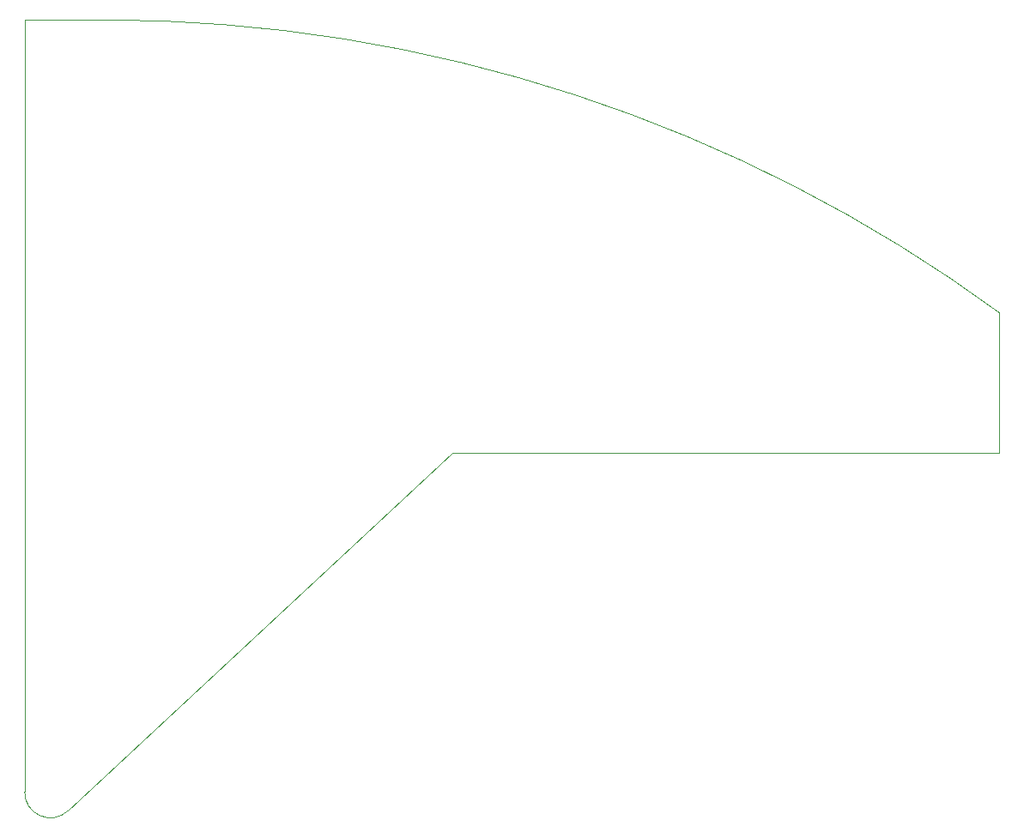
<source format=gbr>
%TF.GenerationSoftware,KiCad,Pcbnew,(6.0.9)*%
%TF.CreationDate,2023-01-27T19:59:26-09:00*%
%TF.ProjectId,EYEBROW WARNING INDICATOR_RIGHT,45594542-524f-4572-9057-41524e494e47,rev?*%
%TF.SameCoordinates,Original*%
%TF.FileFunction,Profile,NP*%
%FSLAX46Y46*%
G04 Gerber Fmt 4.6, Leading zero omitted, Abs format (unit mm)*
G04 Created by KiCad (PCBNEW (6.0.9)) date 2023-01-27 19:59:26*
%MOMM*%
%LPD*%
G01*
G04 APERTURE LIST*
%TA.AperFunction,Profile*%
%ADD10C,0.050000*%
%TD*%
G04 APERTURE END LIST*
D10*
X101333299Y-57470297D02*
X109207299Y-57470297D01*
X197472298Y-86373269D02*
G75*
G03*
X109207299Y-57470297I-88264999J-120322027D01*
G01*
X197472298Y-86373269D02*
X197472298Y-100174047D01*
X143516021Y-100174047D02*
X105606195Y-135549204D01*
X197472298Y-100174047D02*
X143516021Y-100174047D01*
X101333299Y-133692144D02*
X101333299Y-57470297D01*
X101333299Y-133692144D02*
G75*
G03*
X105606195Y-135549204I2540000J0D01*
G01*
M02*

</source>
